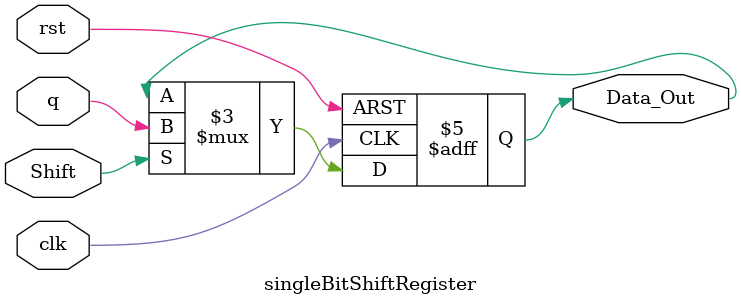
<source format=sv>
`timescale 1ns / 1ps
module singleBitShiftRegister(clk, rst, Shift, q, Data_Out);
    input clk, rst, Shift, q;
    output reg Data_Out;

always @(posedge clk, posedge rst)
    if (rst)
        Data_Out = 1'b0;
    else if(Shift)
        Data_Out = q;
    else
        Data_Out = Data_Out;

endmodule

</source>
